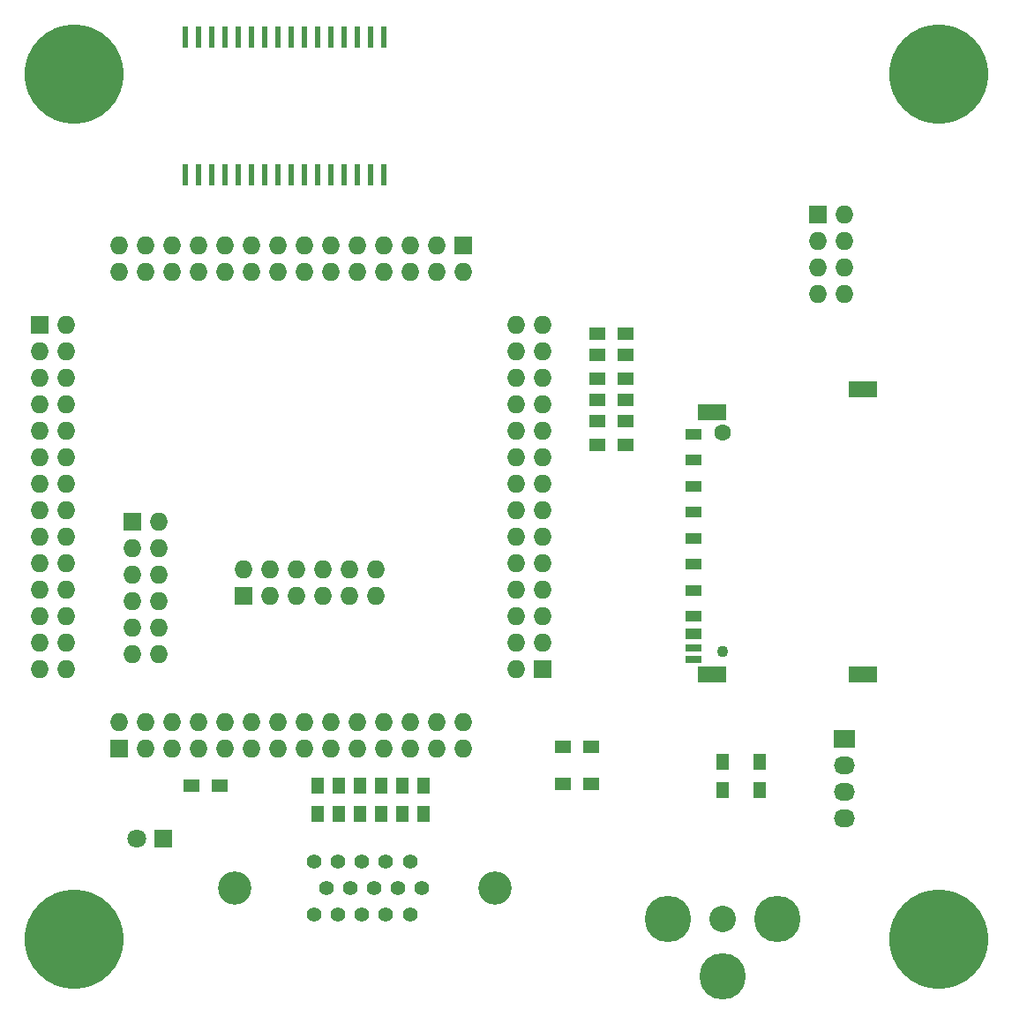
<source format=gbr>
G04 #@! TF.FileFunction,Soldermask,Top*
%FSLAX46Y46*%
G04 Gerber Fmt 4.6, Leading zero omitted, Abs format (unit mm)*
G04 Created by KiCad (PCBNEW (after 2015-mar-04 BZR unknown)-product) date 3/6/2017 12:21:56 PM*
%MOMM*%
G01*
G04 APERTURE LIST*
%ADD10C,0.150000*%
%ADD11C,9.525000*%
%ADD12R,1.727200X1.727200*%
%ADD13O,1.727200X1.727200*%
%ADD14C,4.445000*%
%ADD15C,2.540000*%
%ADD16R,1.300000X1.500000*%
%ADD17R,1.500000X1.300000*%
%ADD18R,2.032000X1.727200*%
%ADD19O,2.032000X1.727200*%
%ADD20C,3.200000*%
%ADD21C,1.397000*%
%ADD22R,0.600000X2.000000*%
%ADD23R,1.500000X0.700000*%
%ADD24C,1.600000*%
%ADD25R,1.500000X1.000000*%
%ADD26R,2.800000X1.500000*%
%ADD27C,1.100000*%
%ADD28R,1.800000X1.800000*%
%ADD29C,1.800000*%
G04 APERTURE END LIST*
D10*
D11*
X99000000Y-16000000D03*
X99000000Y-99000000D03*
D12*
X20320000Y-80645000D03*
D13*
X20320000Y-78105000D03*
X22860000Y-80645000D03*
X22860000Y-78105000D03*
X25400000Y-80645000D03*
X25400000Y-78105000D03*
X27940000Y-80645000D03*
X27940000Y-78105000D03*
X30480000Y-80645000D03*
X30480000Y-78105000D03*
X33020000Y-80645000D03*
X33020000Y-78105000D03*
X35560000Y-80645000D03*
X35560000Y-78105000D03*
X38100000Y-80645000D03*
X38100000Y-78105000D03*
X40640000Y-80645000D03*
X40640000Y-78105000D03*
X43180000Y-80645000D03*
X43180000Y-78105000D03*
X45720000Y-80645000D03*
X45720000Y-78105000D03*
X48260000Y-80645000D03*
X48260000Y-78105000D03*
X50800000Y-80645000D03*
X50800000Y-78105000D03*
X53340000Y-80645000D03*
X53340000Y-78105000D03*
D12*
X60960000Y-73025000D03*
D13*
X58420000Y-73025000D03*
X60960000Y-70485000D03*
X58420000Y-70485000D03*
X60960000Y-67945000D03*
X58420000Y-67945000D03*
X60960000Y-65405000D03*
X58420000Y-65405000D03*
X60960000Y-62865000D03*
X58420000Y-62865000D03*
X60960000Y-60325000D03*
X58420000Y-60325000D03*
X60960000Y-57785000D03*
X58420000Y-57785000D03*
X60960000Y-55245000D03*
X58420000Y-55245000D03*
X60960000Y-52705000D03*
X58420000Y-52705000D03*
X60960000Y-50165000D03*
X58420000Y-50165000D03*
X60960000Y-47625000D03*
X58420000Y-47625000D03*
X60960000Y-45085000D03*
X58420000Y-45085000D03*
X60960000Y-42545000D03*
X58420000Y-42545000D03*
X60960000Y-40005000D03*
X58420000Y-40005000D03*
D12*
X53340000Y-32385000D03*
D13*
X53340000Y-34925000D03*
X50800000Y-32385000D03*
X50800000Y-34925000D03*
X48260000Y-32385000D03*
X48260000Y-34925000D03*
X45720000Y-32385000D03*
X45720000Y-34925000D03*
X43180000Y-32385000D03*
X43180000Y-34925000D03*
X40640000Y-32385000D03*
X40640000Y-34925000D03*
X38100000Y-32385000D03*
X38100000Y-34925000D03*
X35560000Y-32385000D03*
X35560000Y-34925000D03*
X33020000Y-32385000D03*
X33020000Y-34925000D03*
X30480000Y-32385000D03*
X30480000Y-34925000D03*
X27940000Y-32385000D03*
X27940000Y-34925000D03*
X25400000Y-32385000D03*
X25400000Y-34925000D03*
X22860000Y-32385000D03*
X22860000Y-34925000D03*
X20320000Y-32385000D03*
X20320000Y-34925000D03*
D12*
X12700000Y-40005000D03*
D13*
X15240000Y-40005000D03*
X12700000Y-42545000D03*
X15240000Y-42545000D03*
X12700000Y-45085000D03*
X15240000Y-45085000D03*
X12700000Y-47625000D03*
X15240000Y-47625000D03*
X12700000Y-50165000D03*
X15240000Y-50165000D03*
X12700000Y-52705000D03*
X15240000Y-52705000D03*
X12700000Y-55245000D03*
X15240000Y-55245000D03*
X12700000Y-57785000D03*
X15240000Y-57785000D03*
X12700000Y-60325000D03*
X15240000Y-60325000D03*
X12700000Y-62865000D03*
X15240000Y-62865000D03*
X12700000Y-65405000D03*
X15240000Y-65405000D03*
X12700000Y-67945000D03*
X15240000Y-67945000D03*
X12700000Y-70485000D03*
X15240000Y-70485000D03*
X12700000Y-73025000D03*
X15240000Y-73025000D03*
D14*
X78232000Y-102539800D03*
X83477100Y-97028000D03*
X72986900Y-97028000D03*
D15*
X78232000Y-97028000D03*
D12*
X21590000Y-58928000D03*
D13*
X24130000Y-58928000D03*
X21590000Y-61468000D03*
X24130000Y-61468000D03*
X21590000Y-64008000D03*
X24130000Y-64008000D03*
X21590000Y-66548000D03*
X24130000Y-66548000D03*
X21590000Y-69088000D03*
X24130000Y-69088000D03*
X21590000Y-71628000D03*
X24130000Y-71628000D03*
D16*
X47498000Y-84248000D03*
X47498000Y-86948000D03*
X49530000Y-84248000D03*
X49530000Y-86948000D03*
X43434000Y-84248000D03*
X43434000Y-86948000D03*
X45466000Y-84248000D03*
X45466000Y-86948000D03*
X41402000Y-84248000D03*
X41402000Y-86948000D03*
D17*
X62912000Y-80518000D03*
X65612000Y-80518000D03*
X62912000Y-84074000D03*
X65612000Y-84074000D03*
D16*
X81788000Y-81962000D03*
X81788000Y-84662000D03*
X78232000Y-81962000D03*
X78232000Y-84662000D03*
D17*
X66214000Y-40894000D03*
X68914000Y-40894000D03*
X66214000Y-45212000D03*
X68914000Y-45212000D03*
X66214000Y-42926000D03*
X68914000Y-42926000D03*
X68914000Y-51562000D03*
X66214000Y-51562000D03*
X68914000Y-49276000D03*
X66214000Y-49276000D03*
X68914000Y-47244000D03*
X66214000Y-47244000D03*
D18*
X89916000Y-79756000D03*
D19*
X89916000Y-82296000D03*
X89916000Y-84836000D03*
X89916000Y-87376000D03*
D12*
X87376000Y-29464000D03*
D13*
X89916000Y-29464000D03*
X87376000Y-32004000D03*
X89916000Y-32004000D03*
X87376000Y-34544000D03*
X89916000Y-34544000D03*
X87376000Y-37084000D03*
X89916000Y-37084000D03*
D11*
X16000000Y-99000000D03*
D16*
X39370000Y-84248000D03*
X39370000Y-86948000D03*
D12*
X32258000Y-66040000D03*
D13*
X32258000Y-63500000D03*
X34798000Y-66040000D03*
X34798000Y-63500000D03*
X37338000Y-66040000D03*
X37338000Y-63500000D03*
X39878000Y-66040000D03*
X39878000Y-63500000D03*
X42418000Y-66040000D03*
X42418000Y-63500000D03*
X44958000Y-66040000D03*
X44958000Y-63500000D03*
D20*
X56436260Y-94033340D03*
D21*
X43675300Y-91493340D03*
X45961300Y-91493340D03*
X48252380Y-91493340D03*
X41381680Y-91493340D03*
X39093140Y-91493340D03*
X42527220Y-94033340D03*
X44815760Y-94033340D03*
X47106840Y-94033340D03*
X49397920Y-94033340D03*
D20*
X31447740Y-94033340D03*
D21*
X40236140Y-94033340D03*
X48252380Y-96573340D03*
X45961300Y-96573340D03*
X43672760Y-96570800D03*
X41381680Y-96573340D03*
X39093140Y-96573340D03*
D11*
X16000000Y-16000000D03*
D22*
X26670000Y-25650000D03*
X27940000Y-25650000D03*
X29210000Y-25650000D03*
X30480000Y-25650000D03*
X31750000Y-25650000D03*
X33020000Y-25650000D03*
X34290000Y-25650000D03*
X35560000Y-25650000D03*
X36830000Y-25650000D03*
X38100000Y-25650000D03*
X39370000Y-25650000D03*
X40640000Y-25650000D03*
X41910000Y-25650000D03*
X43180000Y-25650000D03*
X44450000Y-25650000D03*
X45720000Y-25650000D03*
X45720000Y-12450000D03*
X44450000Y-12450000D03*
X43180000Y-12450000D03*
X41910000Y-12450000D03*
X40640000Y-12450000D03*
X39370000Y-12450000D03*
X38100000Y-12450000D03*
X36830000Y-12450000D03*
X35560000Y-12450000D03*
X34290000Y-12450000D03*
X33020000Y-12450000D03*
X31750000Y-12450000D03*
X30480000Y-12450000D03*
X29210000Y-12450000D03*
X27940000Y-12450000D03*
X26670000Y-12450000D03*
D23*
X75432000Y-72132000D03*
X75432000Y-70992000D03*
D24*
X78232000Y-50412000D03*
D25*
X75432000Y-55532000D03*
X75432000Y-53032000D03*
X75432000Y-58032000D03*
X75432000Y-60532000D03*
X75432000Y-63032000D03*
X75432000Y-65532000D03*
X75432000Y-67952000D03*
X75432000Y-69652000D03*
X75432000Y-50532000D03*
D26*
X77232000Y-48462000D03*
X77232000Y-73562000D03*
X91732000Y-73562000D03*
X91732000Y-46262000D03*
D27*
X78232000Y-71412000D03*
D28*
X24574500Y-89281000D03*
D29*
X22034500Y-89281000D03*
D17*
X29988500Y-84201000D03*
X27288500Y-84201000D03*
M02*

</source>
